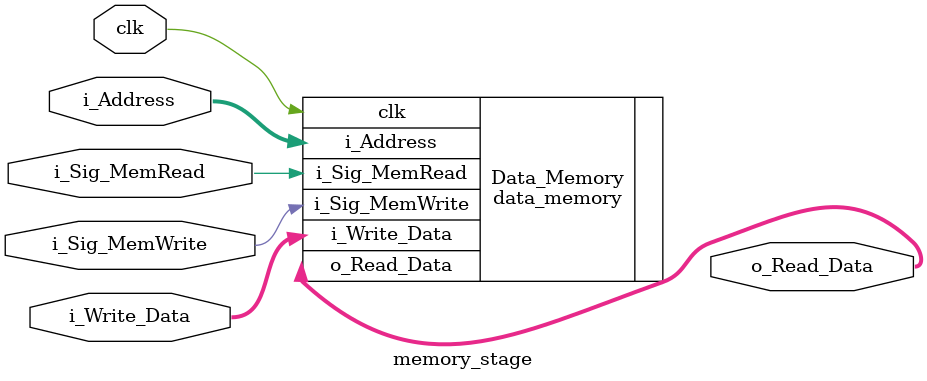
<source format=v>
module memory_stage(
	clk,
	i_Sig_MemRead,
	i_Sig_MemWrite,
	i_Address,
	i_Write_Data,
	o_Read_Data
   	);
	
	input clk;
	input i_Sig_MemRead;
	input i_Sig_MemWrite;
	input [15:0] i_Address;
	input [15:0] i_Write_Data;
	output [15:0] o_Read_Data;
	
	data_memory Data_Memory (
		.clk(clk), 
		.i_Sig_MemRead(i_Sig_MemRead), 
		.i_Sig_MemWrite(i_Sig_MemWrite), 
		.i_Address(i_Address), 
		.i_Write_Data(i_Write_Data), 
		.o_Read_Data(o_Read_Data)
		);

endmodule
</source>
